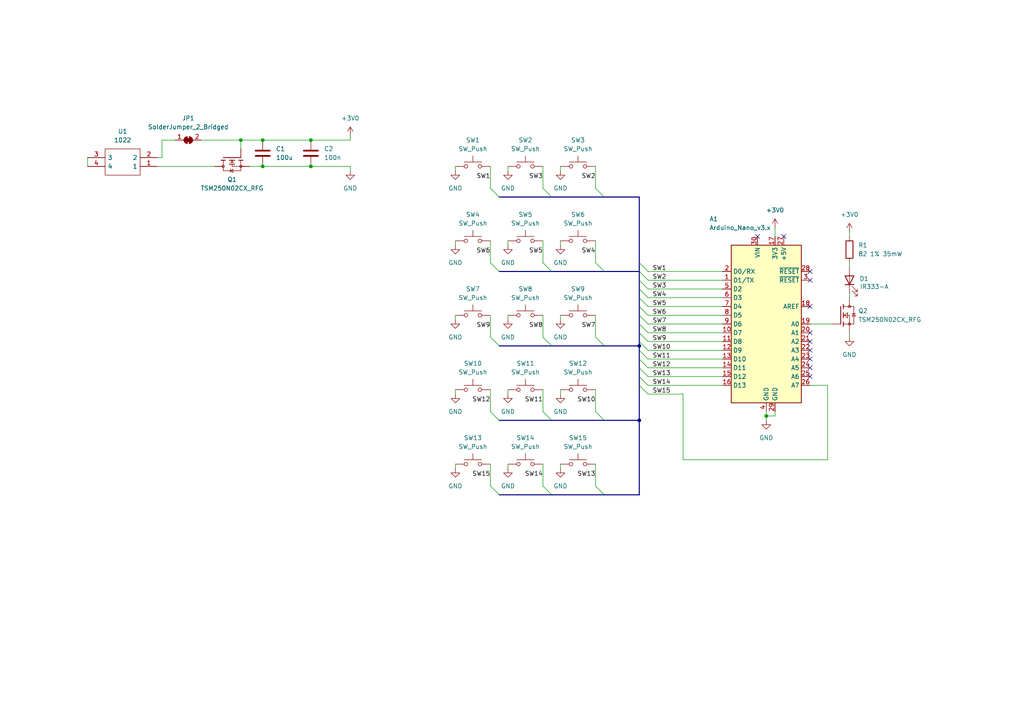
<source format=kicad_sch>
(kicad_sch (version 20211123) (generator eeschema)
  (paper "A4")
  (lib_symbols
    (symbol "Device:C" (pin_numbers hide) (pin_names (offset 0.254))
      (property "Reference" "C" (at 0.635 2.54 0))
      (property "Value" "C" (at 0.635 -2.54 0))
      (symbol "C_0_1"
        (polyline (pts (xy -2.032 -0.762) (xy 2.032 -0.762)) (stroke (width 0.508)))
        (polyline (pts (xy -2.032 0.762) (xy 2.032 0.762)) (stroke (width 0.508)))
      )
      (symbol "C_1_1"
        (pin passive line (at 0 3.81 270) (length 2.794) (name "~") (number "1"))
        (pin passive line (at 0 -3.81 90) (length 2.794) (name "~") (number "2"))
      )
    )
    (symbol "Device:LED" (pin_numbers hide) (pin_names (offset 1.016) hide)
      (property "Reference" "D" (at 0 2.54 0))
      (property "Value" "LED" (at 0 -2.54 0))
      (symbol "LED_0_1"
        (polyline (pts (xy -1.27 -1.27) (xy -1.27 1.27)) (stroke (width 0.254)))
        (polyline (pts (xy -1.27 0) (xy 1.27 0)))
        (polyline (pts (xy 1.27 -1.27) (xy 1.27 1.27) (xy -1.27 0) (xy 1.27 -1.27)) (stroke (width 0.254)))
        (polyline (pts (xy -3.048 -0.762) (xy -4.572 -2.286) (xy -3.81 -2.286) (xy -4.572 -2.286) (xy -4.572 -1.524)))
        (polyline (pts (xy -1.778 -0.762) (xy -3.302 -2.286) (xy -2.54 -2.286) (xy -3.302 -2.286) (xy -3.302 -1.524)))
      )
      (symbol "LED_1_1"
        (pin passive line (at -3.81 0 0) (length 2.54) (name "K") (number "1"))
        (pin passive line (at 3.81 0 180) (length 2.54) (name "A") (number "2"))
      )
    )
    (symbol "Device:R" (pin_numbers hide) (pin_names (offset 0))
      (property "Reference" "R" (at 2.032 0 90))
      (property "Value" "R" (at 0 0 90))
      (symbol "R_0_1"
        (rectangle (start -1.016 -2.54) (end 1.016 2.54) (stroke (width 0.254)))
      )
      (symbol "R_1_1"
        (pin passive line (at 0 3.81 270) (length 1.27) (name "~") (number "1"))
        (pin passive line (at 0 -3.81 90) (length 1.27) (name "~") (number "2"))
      )
    )
    (symbol "Jumper:SolderJumper_2_Bridged" (pin_names (offset 0) hide)
      (property "Reference" "JP" (at 0 2.032 0))
      (property "Value" "SolderJumper_2_Bridged" (at 0 -2.54 0))
      (symbol "SolderJumper_2_Bridged_0_1"
        (rectangle (start -0.508 0.508) (end 0.508 -0.508) (fill (type outline)))
        (arc (start -0.254 1.016) (mid -1.27 0) (end -0.254 -1.016))
        (arc (start -0.254 1.016) (mid -1.27 0) (end -0.254 -1.016) (fill (type outline)))
        (polyline (pts (xy -0.254 1.016) (xy -0.254 -1.016)))
        (polyline (pts (xy 0.254 1.016) (xy 0.254 -1.016)))
        (arc (start 0.254 -1.016) (mid 1.27 0) (end 0.254 1.016))
        (arc (start 0.254 -1.016) (mid 1.27 0) (end 0.254 1.016) (fill (type outline)))
      )
      (symbol "SolderJumper_2_Bridged_1_1"
        (pin passive line (at -3.81 0 0) (length 2.54) (name "A") (number "1"))
        (pin passive line (at 3.81 0 180) (length 2.54) (name "B") (number "2"))
      )
    )
    (symbol "MCU_Module:Arduino_Nano_v3.x"
      (property "Reference" "A" (at -10.16 23.495 0))
      (property "Value" "Arduino_Nano_v3.x" (at 5.08 -24.13 0))
      (symbol "Arduino_Nano_v3.x_0_1"
        (rectangle (start -10.16 22.86) (end 10.16 -22.86) (stroke (width 0.254)) (fill (type background)))
      )
      (symbol "Arduino_Nano_v3.x_1_1"
        (pin bidirectional line (at -12.7 12.7 0) (length 2.54) (name "D1/TX") (number "1"))
        (pin bidirectional line (at -12.7 -2.54 0) (length 2.54) (name "D7") (number "10"))
        (pin bidirectional line (at -12.7 -5.08 0) (length 2.54) (name "D8") (number "11"))
        (pin bidirectional line (at -12.7 -7.62 0) (length 2.54) (name "D9") (number "12"))
        (pin bidirectional line (at -12.7 -10.16 0) (length 2.54) (name "D10") (number "13"))
        (pin bidirectional line (at -12.7 -12.7 0) (length 2.54) (name "D11") (number "14"))
        (pin bidirectional line (at -12.7 -15.24 0) (length 2.54) (name "D12") (number "15"))
        (pin bidirectional line (at -12.7 -17.78 0) (length 2.54) (name "D13") (number "16"))
        (pin power_out line (at 2.54 25.4 270) (length 2.54) (name "3V3") (number "17"))
        (pin input line (at 12.7 5.08 180) (length 2.54) (name "AREF") (number "18"))
        (pin bidirectional line (at 12.7 0 180) (length 2.54) (name "A0") (number "19"))
        (pin bidirectional line (at -12.7 15.24 0) (length 2.54) (name "D0/RX") (number "2"))
        (pin bidirectional line (at 12.7 -2.54 180) (length 2.54) (name "A1") (number "20"))
        (pin bidirectional line (at 12.7 -5.08 180) (length 2.54) (name "A2") (number "21"))
        (pin bidirectional line (at 12.7 -7.62 180) (length 2.54) (name "A3") (number "22"))
        (pin bidirectional line (at 12.7 -10.16 180) (length 2.54) (name "A4") (number "23"))
        (pin bidirectional line (at 12.7 -12.7 180) (length 2.54) (name "A5") (number "24"))
        (pin bidirectional line (at 12.7 -15.24 180) (length 2.54) (name "A6") (number "25"))
        (pin bidirectional line (at 12.7 -17.78 180) (length 2.54) (name "A7") (number "26"))
        (pin power_out line (at 5.08 25.4 270) (length 2.54) (name "+5V") (number "27"))
        (pin input line (at 12.7 15.24 180) (length 2.54) (name "~{RESET}") (number "28"))
        (pin power_in line (at 2.54 -25.4 90) (length 2.54) (name "GND") (number "29"))
        (pin input line (at 12.7 12.7 180) (length 2.54) (name "~{RESET}") (number "3"))
        (pin power_in line (at -2.54 25.4 270) (length 2.54) (name "VIN") (number "30"))
        (pin power_in line (at 0 -25.4 90) (length 2.54) (name "GND") (number "4"))
        (pin bidirectional line (at -12.7 10.16 0) (length 2.54) (name "D2") (number "5"))
        (pin bidirectional line (at -12.7 7.62 0) (length 2.54) (name "D3") (number "6"))
        (pin bidirectional line (at -12.7 5.08 0) (length 2.54) (name "D4") (number "7"))
        (pin bidirectional line (at -12.7 2.54 0) (length 2.54) (name "D5") (number "8"))
        (pin bidirectional line (at -12.7 0 0) (length 2.54) (name "D6") (number "9"))
      )
    )
    (symbol "SamacSys:1022" (pin_names (offset 0.762))
      (property "Reference" "U" (at 16.51 7.62 0))
      (property "Value" "1022" (at 16.51 5.08 0))
      (symbol "1022_0_0"
        (pin passive line (at 0 0 0) (length 5.08) (name "1") (number "1"))
        (pin passive line (at 0 -2.54 0) (length 5.08) (name "2") (number "2"))
        (pin passive line (at 20.32 -2.54 180) (length 5.08) (name "3") (number "3"))
        (pin passive line (at 20.32 0 180) (length 5.08) (name "4") (number "4"))
      )
      (symbol "1022_0_1"
        (polyline (pts (xy 5.08 2.54) (xy 15.24 2.54) (xy 15.24 -5.08) (xy 5.08 -5.08) (xy 5.08 2.54)) (stroke (width 0.1524)))
      )
    )
    (symbol "Switch:SW_Push" (pin_numbers hide) (pin_names (offset 1.016) hide)
      (property "Reference" "SW" (at 1.27 2.54 0))
      (property "Value" "SW_Push" (at 0 -1.524 0))
      (symbol "SW_Push_0_1"
        (circle (center -2.032 0) (radius 0.508))
        (polyline (pts (xy 0 1.27) (xy 0 3.048)))
        (polyline (pts (xy 2.54 1.27) (xy -2.54 1.27)))
        (circle (center 2.032 0) (radius 0.508))
        (pin passive line (at -5.08 0 0) (length 2.54) (name "1") (number "1"))
        (pin passive line (at 5.08 0 180) (length 2.54) (name "2") (number "2"))
      )
    )
    (symbol "TSM250N02CX_RFG:TSM250N02CX_RFG" (pin_numbers hide) (pin_names (offset 1.016) hide)
      (property "Reference" "Q" (at -8.89 2.54 0))
      (property "Value" "TSM250N02CX_RFG" (at -8.89 -7.62 0))
      (symbol "TSM250N02CX_RFG_0_0"
        (polyline (pts (xy 0 2.54) (xy 0 -2.54)) (stroke (width 0.254)))
        (polyline (pts (xy 0.762 -2.54) (xy 0.762 -3.175)) (stroke (width 0.254)))
        (polyline (pts (xy 0.762 -1.905) (xy 0.762 -2.54)) (stroke (width 0.254)))
        (polyline (pts (xy 0.762 0) (xy 0.762 -0.762)) (stroke (width 0.254)))
        (polyline (pts (xy 0.762 0) (xy 2.54 0)) (stroke (width 0.1524)))
        (polyline (pts (xy 0.762 0.762) (xy 0.762 0)) (stroke (width 0.254)))
        (polyline (pts (xy 0.762 2.54) (xy 0.762 1.905)) (stroke (width 0.254)))
        (polyline (pts (xy 0.762 2.54) (xy 3.81 2.54)) (stroke (width 0.1524)))
        (polyline (pts (xy 0.762 3.175) (xy 0.762 2.54)) (stroke (width 0.254)))
        (polyline (pts (xy 2.54 -2.54) (xy 0.762 -2.54)) (stroke (width 0.1524)))
        (polyline (pts (xy 2.54 -2.54) (xy 3.81 -2.54)) (stroke (width 0.1524)))
        (polyline (pts (xy 2.54 0) (xy 2.54 -2.54)) (stroke (width 0.1524)))
        (polyline (pts (xy 3.81 0.508) (xy 3.302 0.508)) (stroke (width 0.1524)))
        (polyline (pts (xy 3.81 0.508) (xy 3.81 -2.54)) (stroke (width 0.1524)))
        (polyline (pts (xy 3.81 2.54) (xy 3.81 0.508)) (stroke (width 0.1524)))
        (polyline (pts (xy 4.318 0.508) (xy 3.81 0.508)) (stroke (width 0.1524)))
        (polyline (pts (xy 1.016 0) (xy 2.032 0.762) (xy 2.032 -0.762) (xy 1.016 0)) (stroke (width 0.1524)) (fill (type background)))
        (polyline (pts (xy 3.81 0.508) (xy 3.302 -0.254) (xy 4.318 -0.254) (xy 3.81 0.508)) (stroke (width 0.1524)) (fill (type background)))
        (circle (center 2.54 -2.54) (radius 0.3556))
        (circle (center 2.54 2.54) (radius 0.3556))
        (pin passive line (at -2.54 -2.54 0) (length 2.54) (name "~") (number "1"))
        (pin passive line (at 2.54 -5.08 90) (length 2.54) (name "~") (number "2"))
        (pin passive line (at 2.54 5.08 270) (length 2.54) (name "~") (number "3"))
      )
    )
    (symbol "power:+3V0" (power) (pin_names (offset 0))
      (property "Value" "+3V0" (at 0 3.556 0))
      (symbol "+3V0_0_1"
        (polyline (pts (xy -0.762 1.27) (xy 0 2.54)))
        (polyline (pts (xy 0 0) (xy 0 2.54)))
        (polyline (pts (xy 0 2.54) (xy 0.762 1.27)))
      )
      (symbol "+3V0_1_1"
        (pin power_in line (at 0 0 90) (length 0) hide (name "+3V0") (number "1"))
      )
    )
    (symbol "power:GND" (power) (pin_names (offset 0))
      (property "Value" "GND" (at 0 -3.81 0))
      (symbol "GND_0_1"
        (polyline (pts (xy 0 0) (xy 0 -1.27) (xy 1.27 -1.27) (xy 0 -2.54) (xy -1.27 -1.27) (xy 0 -1.27)))
      )
      (symbol "GND_1_1"
        (pin power_in line (at 0 0 270) (length 0) hide (name "GND") (number "1"))
      )
    )
  )
  (junction (at 76.2 48.26))
  (junction (at 90.17 48.26))
  (junction (at 222.25 120.65))
  (junction (at 90.17 40.64))
  (junction (at 185.42 121.92))
  (junction (at 69.85 40.64))
  (junction (at 185.42 100.33))
  (junction (at 76.2 40.64))
  (no_connect (at 234.95 81.28))
  (no_connect (at 234.95 88.9))
  (no_connect (at 234.95 78.74))
  (no_connect (at 219.71 68.58))
  (no_connect (at 227.33 68.58))
  (no_connect (at 234.95 109.22))
  (no_connect (at 234.95 96.52))
  (no_connect (at 234.95 99.06))
  (no_connect (at 234.95 101.6))
  (no_connect (at 234.95 104.14))
  (no_connect (at 234.95 106.68))
  (bus_entry (at 185.42 88.9) (size 2.54 2.54))
  (bus_entry (at 175.26 143.51) (size -2.54 -2.54))
  (bus_entry (at 160.02 143.51) (size -2.54 -2.54))
  (bus_entry (at 185.42 86.36) (size 2.54 2.54))
  (bus_entry (at 185.42 83.82) (size 2.54 2.54))
  (bus_entry (at 185.42 76.2) (size 2.54 2.54))
  (bus_entry (at 185.42 81.28) (size 2.54 2.54))
  (bus_entry (at 144.78 100.33) (size -2.54 -2.54))
  (bus_entry (at 160.02 100.33) (size -2.54 -2.54))
  (bus_entry (at 160.02 121.92) (size -2.54 -2.54))
  (bus_entry (at 144.78 121.92) (size -2.54 -2.54))
  (bus_entry (at 175.26 57.15) (size -2.54 -2.54))
  (bus_entry (at 160.02 57.15) (size -2.54 -2.54))
  (bus_entry (at 144.78 57.15) (size -2.54 -2.54))
  (bus_entry (at 144.78 143.51) (size -2.54 -2.54))
  (bus_entry (at 175.26 121.92) (size -2.54 -2.54))
  (bus_entry (at 185.42 104.14) (size 2.54 2.54))
  (bus_entry (at 185.42 101.6) (size 2.54 2.54))
  (bus_entry (at 185.42 109.22) (size 2.54 2.54))
  (bus_entry (at 185.42 106.68) (size 2.54 2.54))
  (bus_entry (at 185.42 93.98) (size 2.54 2.54))
  (bus_entry (at 185.42 91.44) (size 2.54 2.54))
  (bus_entry (at 185.42 96.52) (size 2.54 2.54))
  (bus_entry (at 185.42 99.06) (size 2.54 2.54))
  (bus_entry (at 175.26 78.74) (size -2.54 -2.54))
  (bus_entry (at 144.78 78.74) (size -2.54 -2.54))
  (bus_entry (at 185.42 78.74) (size 2.54 2.54))
  (bus_entry (at 160.02 78.74) (size -2.54 -2.54))
  (bus_entry (at 175.26 100.33) (size -2.54 -2.54))
  (bus_entry (at 185.42 111.76) (size 2.54 2.54))
  (bus (pts (xy 185.42 121.92) (xy 185.42 143.51)))
  (bus (pts (xy 185.42 91.44) (xy 185.42 93.98)))
  (wire (pts (xy 76.2 48.26) (xy 90.17 48.26)))
  (wire (pts (xy 147.32 134.62) (xy 147.32 135.89)))
  (wire (pts (xy 45.72 48.26) (xy 62.23 48.26)))
  (wire (pts (xy 162.56 113.03) (xy 162.56 114.3)))
  (bus (pts (xy 175.26 100.33) (xy 185.42 100.33)))
  (wire (pts (xy 198.12 133.35) (xy 240.03 133.35)))
  (bus (pts (xy 185.42 78.74) (xy 185.42 81.28)))
  (wire (pts (xy 224.79 66.04) (xy 224.79 68.58)))
  (wire (pts (xy 90.17 40.64) (xy 101.6 40.64)))
  (wire (pts (xy 246.38 96.52) (xy 246.38 97.79)))
  (bus (pts (xy 185.42 99.06) (xy 185.42 100.33)))
  (wire (pts (xy 90.17 48.26) (xy 101.6 48.26)))
  (wire (pts (xy 132.08 91.44) (xy 132.08 92.71)))
  (wire (pts (xy 187.96 93.98) (xy 209.55 93.98)))
  (wire (pts (xy 46.99 45.72) (xy 46.99 40.64)))
  (wire (pts (xy 157.48 91.44) (xy 157.48 97.79)))
  (bus (pts (xy 175.26 100.33) (xy 160.02 100.33)))
  (wire (pts (xy 101.6 48.26) (xy 101.6 49.53)))
  (wire (pts (xy 198.12 114.3) (xy 198.12 133.35)))
  (bus (pts (xy 185.42 104.14) (xy 185.42 106.68)))
  (bus (pts (xy 175.26 143.51) (xy 160.02 143.51)))
  (bus (pts (xy 144.78 100.33) (xy 160.02 100.33)))
  (wire (pts (xy 222.25 119.38) (xy 222.25 120.65)))
  (bus (pts (xy 144.78 121.92) (xy 160.02 121.92)))
  (wire (pts (xy 172.72 91.44) (xy 172.72 97.79)))
  (wire (pts (xy 69.85 40.64) (xy 76.2 40.64)))
  (wire (pts (xy 187.96 101.6) (xy 209.55 101.6)))
  (wire (pts (xy 142.24 134.62) (xy 142.24 140.97)))
  (wire (pts (xy 240.03 111.76) (xy 234.95 111.76)))
  (wire (pts (xy 132.08 48.26) (xy 132.08 49.53)))
  (wire (pts (xy 187.96 88.9) (xy 209.55 88.9)))
  (wire (pts (xy 187.96 106.68) (xy 209.55 106.68)))
  (bus (pts (xy 175.26 78.74) (xy 160.02 78.74)))
  (bus (pts (xy 185.42 96.52) (xy 185.42 99.06)))
  (bus (pts (xy 175.26 121.92) (xy 185.42 121.92)))
  (wire (pts (xy 25.4 45.72) (xy 25.4 48.26)))
  (wire (pts (xy 187.96 96.52) (xy 209.55 96.52)))
  (wire (pts (xy 58.42 40.64) (xy 69.85 40.64)))
  (wire (pts (xy 246.38 76.2) (xy 246.38 77.47)))
  (bus (pts (xy 185.42 111.76) (xy 185.42 121.92)))
  (wire (pts (xy 142.24 69.85) (xy 142.24 76.2)))
  (wire (pts (xy 142.24 91.44) (xy 142.24 97.79)))
  (bus (pts (xy 175.26 143.51) (xy 185.42 143.51)))
  (wire (pts (xy 76.2 40.64) (xy 90.17 40.64)))
  (wire (pts (xy 187.96 114.3) (xy 198.12 114.3)))
  (bus (pts (xy 144.78 143.51) (xy 160.02 143.51)))
  (bus (pts (xy 185.42 86.36) (xy 185.42 88.9)))
  (wire (pts (xy 147.32 48.26) (xy 147.32 49.53)))
  (wire (pts (xy 157.48 48.26) (xy 157.48 54.61)))
  (bus (pts (xy 185.42 100.33) (xy 185.42 101.6)))
  (bus (pts (xy 185.42 81.28) (xy 185.42 83.82)))
  (bus (pts (xy 175.26 57.15) (xy 160.02 57.15)))
  (wire (pts (xy 187.96 83.82) (xy 209.55 83.82)))
  (bus (pts (xy 185.42 57.15) (xy 185.42 76.2)))
  (wire (pts (xy 172.72 134.62) (xy 172.72 140.97)))
  (bus (pts (xy 185.42 88.9) (xy 185.42 91.44)))
  (wire (pts (xy 172.72 113.03) (xy 172.72 119.38)))
  (wire (pts (xy 224.79 119.38) (xy 224.79 120.65)))
  (wire (pts (xy 157.48 113.03) (xy 157.48 119.38)))
  (bus (pts (xy 144.78 57.15) (xy 160.02 57.15)))
  (wire (pts (xy 132.08 134.62) (xy 132.08 135.89)))
  (wire (pts (xy 142.24 48.26) (xy 142.24 54.61)))
  (wire (pts (xy 187.96 104.14) (xy 209.55 104.14)))
  (bus (pts (xy 185.42 109.22) (xy 185.42 111.76)))
  (wire (pts (xy 187.96 111.76) (xy 209.55 111.76)))
  (wire (pts (xy 147.32 113.03) (xy 147.32 114.3)))
  (bus (pts (xy 144.78 78.74) (xy 160.02 78.74)))
  (wire (pts (xy 222.25 120.65) (xy 222.25 121.92)))
  (wire (pts (xy 157.48 69.85) (xy 157.48 76.2)))
  (bus (pts (xy 185.42 101.6) (xy 185.42 104.14)))
  (wire (pts (xy 187.96 86.36) (xy 209.55 86.36)))
  (wire (pts (xy 234.95 93.98) (xy 241.3 93.98)))
  (wire (pts (xy 132.08 113.03) (xy 132.08 114.3)))
  (wire (pts (xy 101.6 40.64) (xy 101.6 39.37)))
  (wire (pts (xy 142.24 113.03) (xy 142.24 119.38)))
  (wire (pts (xy 187.96 99.06) (xy 209.55 99.06)))
  (wire (pts (xy 172.72 48.26) (xy 172.72 54.61)))
  (wire (pts (xy 162.56 48.26) (xy 162.56 49.53)))
  (wire (pts (xy 162.56 91.44) (xy 162.56 92.71)))
  (wire (pts (xy 172.72 69.85) (xy 172.72 76.2)))
  (bus (pts (xy 185.42 83.82) (xy 185.42 86.36)))
  (bus (pts (xy 175.26 78.74) (xy 185.42 78.74)))
  (wire (pts (xy 72.39 48.26) (xy 76.2 48.26)))
  (wire (pts (xy 46.99 45.72) (xy 45.72 45.72)))
  (wire (pts (xy 187.96 91.44) (xy 209.55 91.44)))
  (wire (pts (xy 147.32 91.44) (xy 147.32 92.71)))
  (wire (pts (xy 187.96 109.22) (xy 209.55 109.22)))
  (wire (pts (xy 246.38 85.09) (xy 246.38 86.36)))
  (wire (pts (xy 246.38 67.31) (xy 246.38 68.58)))
  (wire (pts (xy 46.99 40.64) (xy 50.8 40.64)))
  (bus (pts (xy 185.42 76.2) (xy 185.42 78.74)))
  (wire (pts (xy 132.08 69.85) (xy 132.08 71.12)))
  (bus (pts (xy 175.26 57.15) (xy 185.42 57.15)))
  (bus (pts (xy 185.42 106.68) (xy 185.42 109.22)))
  (wire (pts (xy 187.96 81.28) (xy 209.55 81.28)))
  (wire (pts (xy 162.56 134.62) (xy 162.56 135.89)))
  (wire (pts (xy 222.25 120.65) (xy 224.79 120.65)))
  (wire (pts (xy 240.03 133.35) (xy 240.03 111.76)))
  (bus (pts (xy 185.42 93.98) (xy 185.42 96.52)))
  (bus (pts (xy 175.26 121.92) (xy 160.02 121.92)))
  (wire (pts (xy 187.96 78.74) (xy 209.55 78.74)))
  (wire (pts (xy 157.48 134.62) (xy 157.48 140.97)))
  (wire (pts (xy 69.85 40.64) (xy 69.85 43.18)))
  (wire (pts (xy 147.32 69.85) (xy 147.32 71.12)))
  (wire (pts (xy 162.56 69.85) (xy 162.56 71.12)))
  (label "SW5" (at 157.48 73.66 180))
  (label "SW8" (at 157.48 95.25 180))
  (label "SW5" (at 189.23 88.9 0))
  (label "SW1" (at 189.23 78.74 0))
  (label "SW10" (at 189.23 101.6 0))
  (label "SW7" (at 189.23 93.98 0))
  (label "SW2" (at 172.72 52.07 180))
  (label "SW9" (at 142.24 95.25 180))
  (label "SW14" (at 157.48 138.43 180))
  (label "SW6" (at 142.24 73.66 180))
  (label "SW8" (at 189.23 96.52 0))
  (label "SW10" (at 172.72 116.84 180))
  (label "SW4" (at 189.23 86.36 0))
  (label "SW2" (at 189.23 81.28 0))
  (label "SW7" (at 172.72 95.25 180))
  (label "SW13" (at 172.72 138.43 180))
  (label "SW13" (at 189.23 109.22 0))
  (label "SW4" (at 172.72 73.66 180))
  (label "SW15" (at 189.23 114.3 0))
  (label "SW12" (at 142.24 116.84 180))
  (label "SW12" (at 189.23 106.68 0))
  (label "SW1" (at 142.24 52.07 180))
  (label "SW14" (at 189.23 111.76 0))
  (label "SW6" (at 189.23 91.44 0))
  (label "SW3" (at 157.48 52.07 180))
  (label "SW9" (at 189.23 99.06 0))
  (label "SW15" (at 142.24 138.43 180))
  (label "SW11" (at 157.48 116.84 180))
  (label "SW3" (at 189.23 83.82 0))
  (label "SW11" (at 189.23 104.14 0))
  (symbol (lib_id "Switch:SW_Push") (at 137.16 69.85 0) (unit 1)
    (property "Reference" "SW4" (at 137.16 62.23 0))
    (property "Value" "SW_Push" (at 137.16 64.77 0))
    (property "Footprint" "Button_Switch_THT:SW_PUSH_6mm" (effects hide))
  )
  (symbol (lib_id "Switch:SW_Push") (at 152.4 69.85 0) (unit 1)
    (property "Reference" "SW5" (at 152.4 62.23 0))
    (property "Value" "SW_Push" (at 152.4 64.77 0))
    (property "Footprint" "Button_Switch_THT:SW_PUSH_6mm" (effects hide))
  )
  (symbol (lib_id "power:+3V0") (at 224.79 66.04 0) (unit 1)
    (property "Reference" "#PWR0118" (effects hide))
    (property "Value" "+3V0" (at 224.79 60.96 0))
  )
  (symbol (lib_id "Switch:SW_Push") (at 167.64 91.44 0) (unit 1)
    (property "Reference" "SW9" (at 167.64 83.82 0))
    (property "Value" "SW_Push" (at 167.64 86.36 0))
    (property "Footprint" "Button_Switch_THT:SW_PUSH_6mm" (effects hide))
  )
  (symbol (lib_id "Switch:SW_Push") (at 152.4 134.62 0) (unit 1)
    (property "Reference" "SW14" (at 152.4 127 0))
    (property "Value" "SW_Push" (at 152.4 129.54 0))
    (property "Footprint" "Button_Switch_THT:SW_PUSH_6mm" (effects hide))
  )
  (symbol (lib_id "Device:R") (at 246.38 72.39 180) (unit 1)
    (property "Reference" "R1" (at 248.92 71.1199 0) (effects (justify right)))
    (property "Value" "82 1% 35mW" (at 248.92 73.6599 0) (effects (justify right)))
    (property "Footprint" "Resistor_SMD:R_0805_2012Metric" (effects hide))
  )
  (symbol (lib_id "power:GND") (at 147.32 71.12 0) (unit 1)
    (property "Reference" "#PWR0106" (effects hide))
    (property "Value" "GND" (at 147.32 76.2 0))
  )
  (symbol (lib_id "TSM250N02CX_RFG:TSM250N02CX_RFG") (at 67.31 45.72 90) (mirror x) (unit 1)
    (property "Reference" "Q1" (at 67.31 52.07 90))
    (property "Value" "TSM250N02CX_RFG" (at 67.31 54.61 90))
    (property "Footprint" "TSM250N02CX_RFG:TRANS_TSM250N02CX_RFG" (effects hide))
    (property "STANDARD" "Manufacturer Recommendation" (effects hide))
    (property "MANUFACTURER" "Taiwan Semiconductor" (effects hide))
    (property "MAXIMUM_PACKAGE_HEIGHT" "1.15mm" (effects hide))
    (property "PARTREV" "A2007" (effects hide))
  )
  (symbol (lib_id "Device:C") (at 90.17 44.45 0) (unit 1)
    (property "Reference" "C2" (at 93.98 43.1799 0) (effects (justify left)))
    (property "Value" "100n" (at 93.98 45.7199 0) (effects (justify left)))
    (property "Footprint" "Capacitor_SMD:C_0805_2012Metric" (effects hide))
  )
  (symbol (lib_id "Switch:SW_Push") (at 152.4 91.44 0) (unit 1)
    (property "Reference" "SW8" (at 152.4 83.82 0))
    (property "Value" "SW_Push" (at 152.4 86.36 0))
    (property "Footprint" "Button_Switch_THT:SW_PUSH_6mm" (effects hide))
  )
  (symbol (lib_id "power:GND") (at 162.56 114.3 0) (unit 1)
    (property "Reference" "#PWR0102" (effects hide))
    (property "Value" "GND" (at 162.56 119.38 0))
  )
  (symbol (lib_id "power:GND") (at 132.08 135.89 0) (unit 1)
    (property "Reference" "#PWR0112" (effects hide))
    (property "Value" "GND" (at 132.08 140.97 0))
  )
  (symbol (lib_id "power:+3V0") (at 101.6 39.37 0) (unit 1)
    (property "Reference" "#PWR0117" (effects hide))
    (property "Value" "+3V0" (at 101.6 34.29 0))
  )
  (symbol (lib_id "Switch:SW_Push") (at 167.64 48.26 0) (unit 1)
    (property "Reference" "SW3" (at 167.64 40.64 0))
    (property "Value" "SW_Push" (at 167.64 43.18 0))
    (property "Footprint" "Button_Switch_THT:SW_PUSH_6mm" (effects hide))
  )
  (symbol (lib_id "power:GND") (at 162.56 71.12 0) (unit 1)
    (property "Reference" "#PWR0107" (effects hide))
    (property "Value" "GND" (at 162.56 76.2 0))
  )
  (symbol (lib_id "power:+3V0") (at 246.38 67.31 0) (unit 1)
    (property "Reference" "#PWR0121" (effects hide))
    (property "Value" "+3V0" (at 246.38 62.23 0))
  )
  (symbol (lib_id "power:GND") (at 246.38 97.79 0) (unit 1)
    (property "Reference" "#PWR0120" (effects hide))
    (property "Value" "GND" (at 246.38 102.87 0))
  )
  (symbol (lib_id "Switch:SW_Push") (at 137.16 48.26 0) (unit 1)
    (property "Reference" "SW1" (at 137.16 40.64 0))
    (property "Value" "SW_Push" (at 137.16 43.18 0))
    (property "Footprint" "Button_Switch_THT:SW_PUSH_6mm" (effects hide))
  )
  (symbol (lib_id "SamacSys:1022") (at 45.72 48.26 180) (unit 1)
    (property "Reference" "U1" (at 35.56 38.1 0))
    (property "Value" "1022" (at 35.56 40.64 0))
    (property "Footprint" "SamacSys:1022" (effects hide))
    (property "Datasheet" "http://www.keyelco.com/product-pdf.cfm?p=935" (effects hide))
    (property "Description" "Cylindrical Battery Contacts, Clips, Holders & Springs \"AAA\" DUAL SMT battery holder" (effects hide))
    (property "Height" "11.18" (effects hide))
    (property "Mouser Part Number" "534-1022" (effects hide))
    (property "Mouser Price/Stock" "https://www.mouser.co.uk/ProductDetail/Keystone-Electronics/1022?qs=%2F%252BPMR94VuMb2WrzrnqCfQg%3D%3D" (effects hide))
    (property "Manufacturer_Name" "Keystone Electronics" (effects hide))
    (property "Manufacturer_Part_Number" "1022" (effects hide))
  )
  (symbol (lib_id "Switch:SW_Push") (at 167.64 134.62 0) (unit 1)
    (property "Reference" "SW15" (at 167.64 127 0))
    (property "Value" "SW_Push" (at 167.64 129.54 0))
    (property "Footprint" "Button_Switch_THT:SW_PUSH_6mm" (effects hide))
  )
  (symbol (lib_id "power:GND") (at 132.08 114.3 0) (unit 1)
    (property "Reference" "#PWR0111" (effects hide))
    (property "Value" "GND" (at 132.08 119.38 0))
  )
  (symbol (lib_id "power:GND") (at 222.25 121.92 0) (unit 1)
    (property "Reference" "#PWR0119" (effects hide))
    (property "Value" "GND" (at 222.25 127 0))
  )
  (symbol (lib_id "Device:LED") (at 246.38 81.28 90) (unit 1)
    (property "Reference" "D1" (at 250.6195 80.8392 90))
    (property "Value" "IR333-A" (at 253.577 83.1495 90))
    (property "Footprint" "LED_THT:LED_D5.0mm_Horizontal_O1.27mm_Z3.0mm" (effects hide))
    (property "Datasheet" "https://everlighteurope.com/index.php?controller=attachment&id_attachment=4872" (effects hide))
  )
  (symbol (lib_id "power:GND") (at 147.32 49.53 0) (unit 1)
    (property "Reference" "#PWR0113" (effects hide))
    (property "Value" "GND" (at 147.32 54.61 0))
  )
  (symbol (lib_id "power:GND") (at 147.32 135.89 0) (unit 1)
    (property "Reference" "#PWR0109" (effects hide))
    (property "Value" "GND" (at 147.32 140.97 0))
  )
  (symbol (lib_id "Switch:SW_Push") (at 167.64 113.03 0) (unit 1)
    (property "Reference" "SW12" (at 167.64 105.41 0))
    (property "Value" "SW_Push" (at 167.64 107.95 0))
    (property "Footprint" "Button_Switch_THT:SW_PUSH_6mm" (effects hide))
  )
  (symbol (lib_id "Switch:SW_Push") (at 137.16 113.03 0) (unit 1)
    (property "Reference" "SW10" (at 137.16 105.41 0))
    (property "Value" "SW_Push" (at 137.16 107.95 0))
    (property "Footprint" "Button_Switch_THT:SW_PUSH_6mm" (effects hide))
  )
  (symbol (lib_id "Switch:SW_Push") (at 167.64 69.85 0) (unit 1)
    (property "Reference" "SW6" (at 167.64 62.23 0))
    (property "Value" "SW_Push" (at 167.64 64.77 0))
    (property "Footprint" "Button_Switch_THT:SW_PUSH_6mm" (effects hide))
  )
  (symbol (lib_id "MCU_Module:Arduino_Nano_v3.x") (at 222.25 93.98 0) (unit 1)
    (property "Reference" "A1" (at 205.74 63.5 0) (effects (justify left)))
    (property "Value" "Arduino_Nano_v3.x" (at 205.74 66.04 0) (effects (justify left)))
    (property "Footprint" "Module:Arduino_Nano_WithMountingHoles" (effects hide))
    (property "Datasheet" "http://www.mouser.com/pdfdocs/Gravitech_Arduino_Nano3_0.pdf" (effects hide))
  )
  (symbol (lib_id "power:GND") (at 147.32 114.3 0) (unit 1)
    (property "Reference" "#PWR0110" (effects hide))
    (property "Value" "GND" (at 147.32 119.38 0))
  )
  (symbol (lib_id "power:GND") (at 132.08 49.53 0) (unit 1)
    (property "Reference" "#PWR0114" (effects hide))
    (property "Value" "GND" (at 132.08 54.61 0))
  )
  (symbol (lib_id "Switch:SW_Push") (at 137.16 134.62 0) (unit 1)
    (property "Reference" "SW13" (at 137.16 127 0))
    (property "Value" "SW_Push" (at 137.16 129.54 0))
    (property "Footprint" "Button_Switch_THT:SW_PUSH_6mm" (effects hide))
  )
  (symbol (lib_id "power:GND") (at 147.32 92.71 0) (unit 1)
    (property "Reference" "#PWR0104" (effects hide))
    (property "Value" "GND" (at 147.32 97.79 0))
  )
  (symbol (lib_id "power:GND") (at 162.56 135.89 0) (unit 1)
    (property "Reference" "#PWR0101" (effects hide))
    (property "Value" "GND" (at 162.56 140.97 0))
  )
  (symbol (lib_id "Switch:SW_Push") (at 152.4 113.03 0) (unit 1)
    (property "Reference" "SW11" (at 152.4 105.41 0))
    (property "Value" "SW_Push" (at 152.4 107.95 0))
    (property "Footprint" "Button_Switch_THT:SW_PUSH_6mm" (effects hide))
  )
  (symbol (lib_id "power:GND") (at 162.56 49.53 0) (unit 1)
    (property "Reference" "#PWR0108" (effects hide))
    (property "Value" "GND" (at 162.56 54.61 0))
  )
  (symbol (lib_id "power:GND") (at 162.56 92.71 0) (unit 1)
    (property "Reference" "#PWR0103" (effects hide))
    (property "Value" "GND" (at 162.56 97.79 0))
  )
  (symbol (lib_id "power:GND") (at 101.6 49.53 0) (unit 1)
    (property "Reference" "#PWR0116" (effects hide))
    (property "Value" "GND" (at 101.6 54.61 0))
  )
  (symbol (lib_id "Device:C") (at 76.2 44.45 0) (unit 1)
    (property "Reference" "C1" (at 80.01 43.1799 0) (effects (justify left)))
    (property "Value" "100u" (at 80.01 45.7199 0) (effects (justify left)))
    (property "Footprint" "Capacitor_SMD:C_0805_2012Metric" (effects hide))
  )
  (symbol (lib_id "Jumper:SolderJumper_2_Bridged") (at 54.61 40.64 0) (unit 1)
    (property "Reference" "JP1" (at 54.61 34.29 0))
    (property "Value" "SolderJumper_2_Bridged" (at 54.61 36.83 0))
    (property "Footprint" "Jumper:SolderJumper-2_P1.3mm_Bridged_Pad1.0x1.5mm" (effects hide))
  )
  (symbol (lib_id "Switch:SW_Push") (at 137.16 91.44 0) (unit 1)
    (property "Reference" "SW7" (at 137.16 83.82 0))
    (property "Value" "SW_Push" (at 137.16 86.36 0))
    (property "Footprint" "Button_Switch_THT:SW_PUSH_6mm" (effects hide))
  )
  (symbol (lib_id "Switch:SW_Push") (at 152.4 48.26 0) (unit 1)
    (property "Reference" "SW2" (at 152.4 40.64 0))
    (property "Value" "SW_Push" (at 152.4 43.18 0))
    (property "Footprint" "Button_Switch_THT:SW_PUSH_6mm" (effects hide))
  )
  (symbol (lib_id "power:GND") (at 132.08 92.71 0) (unit 1)
    (property "Reference" "#PWR0105" (effects hide))
    (property "Value" "GND" (at 132.08 97.79 0))
  )
  (symbol (lib_id "TSM250N02CX_RFG:TSM250N02CX_RFG") (at 243.84 91.44 0) (unit 1)
    (property "Reference" "Q2" (at 248.92 90.1699 0) (effects (justify left)))
    (property "Value" "TSM250N02CX_RFG" (at 248.92 92.7099 0) (effects (justify left)))
    (property "Footprint" "TSM250N02CX_RFG:TRANS_TSM250N02CX_RFG" (effects hide))
    (property "STANDARD" "Manufacturer Recommendation" (effects hide))
    (property "MANUFACTURER" "Taiwan Semiconductor" (effects hide))
    (property "MAXIMUM_PACKAGE_HEIGHT" "1.15mm" (effects hide))
    (property "PARTREV" "A2007" (effects hide))
  )
  (symbol (lib_id "power:GND") (at 132.08 71.12 0) (unit 1)
    (property "Reference" "#PWR0115" (effects hide))
    (property "Value" "GND" (at 132.08 76.2 0))
  )
)
</source>
